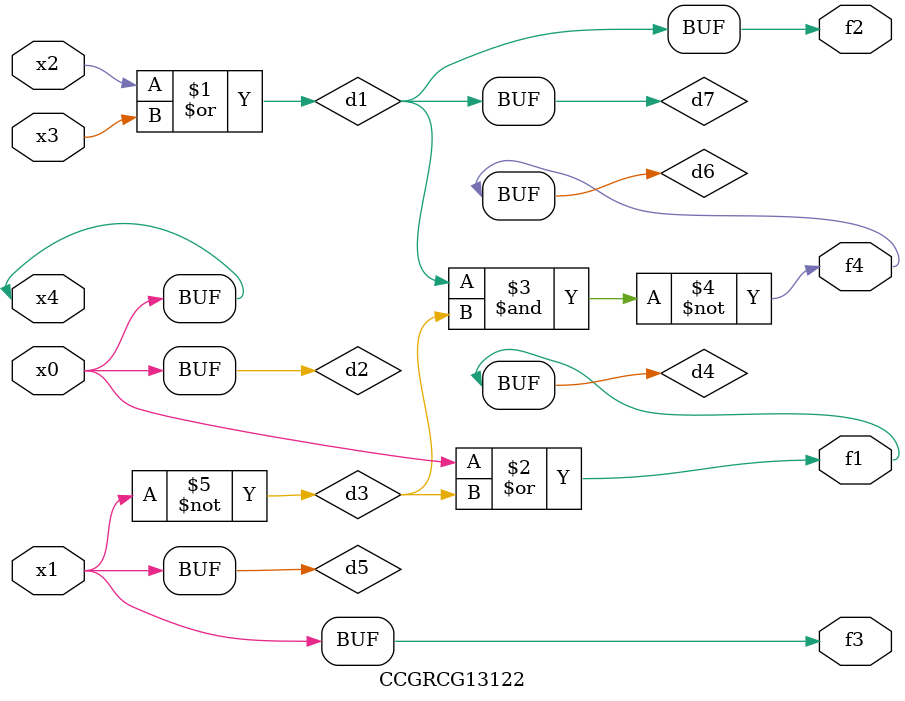
<source format=v>
module CCGRCG13122(
	input x0, x1, x2, x3, x4,
	output f1, f2, f3, f4
);

	wire d1, d2, d3, d4, d5, d6, d7;

	or (d1, x2, x3);
	buf (d2, x0, x4);
	not (d3, x1);
	or (d4, d2, d3);
	not (d5, d3);
	nand (d6, d1, d3);
	or (d7, d1);
	assign f1 = d4;
	assign f2 = d7;
	assign f3 = d5;
	assign f4 = d6;
endmodule

</source>
